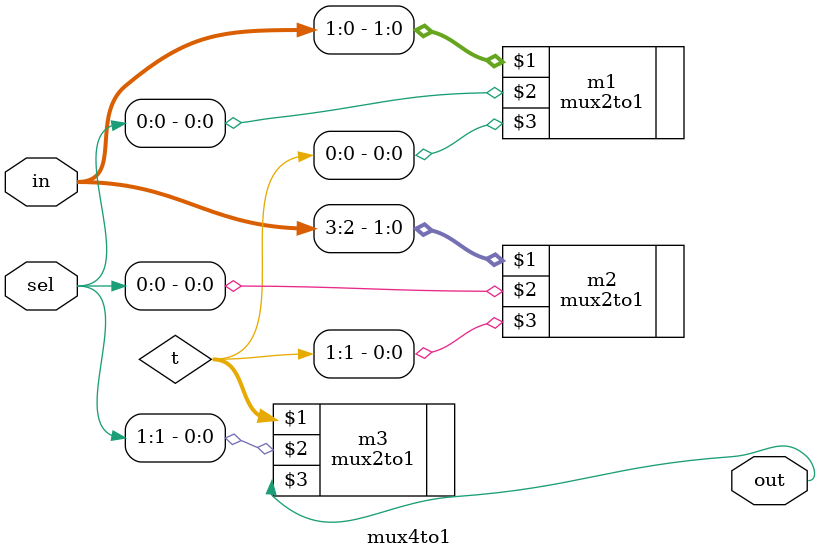
<source format=v>
module mux4to1(in,sel,out);

input [3:0]in;
input [1:0]sel;
output out;
wire [1:0]t;

mux2to1 m1(in[1:0],sel[0],t[0]);
mux2to1 m2(in[3:2],sel[0],t[1]);
mux2to1 m3(t[1:0],sel[1],out);

endmodule







</source>
